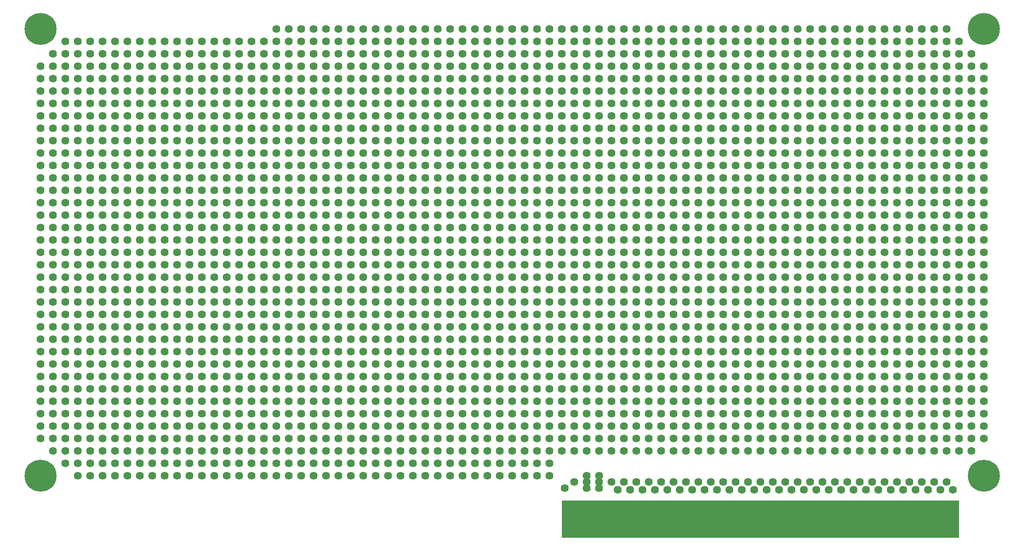
<source format=gbs>
G75*
G70*
%OFA0B0*%
%FSLAX24Y24*%
%IPPOS*%
%LPD*%
%AMOC8*
5,1,8,0,0,1.08239X$1,22.5*
%
%ADD10R,3.2000X0.3000*%
%ADD11C,0.0640*%
%ADD12C,0.2580*%
D10*
X060180Y001600D03*
D11*
X059680Y003975D03*
X059180Y004600D03*
X058680Y003975D03*
X058180Y004600D03*
X057680Y003975D03*
X057180Y004600D03*
X056680Y003975D03*
X056180Y004600D03*
X055680Y003975D03*
X055180Y004600D03*
X054680Y003975D03*
X054180Y004600D03*
X053680Y003975D03*
X053180Y004600D03*
X052680Y003975D03*
X052180Y004600D03*
X051680Y003975D03*
X051180Y004600D03*
X050680Y003975D03*
X050180Y004600D03*
X049680Y003975D03*
X049180Y004600D03*
X048680Y003975D03*
X048180Y004600D03*
X047180Y004600D03*
X047180Y004100D03*
X046180Y004100D03*
X046180Y004600D03*
X046180Y005100D03*
X047180Y005100D03*
X045180Y004600D03*
X044430Y004100D03*
X043180Y005100D03*
X042180Y005100D03*
X041180Y005100D03*
X040180Y005100D03*
X039180Y005100D03*
X038180Y005100D03*
X037180Y005100D03*
X036180Y005100D03*
X035180Y005100D03*
X034180Y005100D03*
X033180Y005100D03*
X032180Y005100D03*
X031180Y005100D03*
X030180Y005100D03*
X029180Y005100D03*
X028180Y005100D03*
X027180Y005100D03*
X026180Y005100D03*
X025180Y005100D03*
X024180Y005100D03*
X023180Y005100D03*
X022180Y005100D03*
X021180Y005100D03*
X020180Y005100D03*
X019180Y005100D03*
X018180Y005100D03*
X017180Y005100D03*
X016180Y005100D03*
X015180Y005100D03*
X014180Y005100D03*
X013180Y005100D03*
X012180Y005100D03*
X011180Y005100D03*
X010180Y005100D03*
X009180Y005100D03*
X008180Y005100D03*
X007180Y005100D03*
X006180Y005100D03*
X005180Y005100D03*
X005180Y006100D03*
X004180Y006100D03*
X004180Y007100D03*
X005180Y007100D03*
X006180Y007100D03*
X007180Y007100D03*
X007180Y006100D03*
X006180Y006100D03*
X008180Y006100D03*
X009180Y006100D03*
X010180Y006100D03*
X011180Y006100D03*
X011180Y007100D03*
X010180Y007100D03*
X009180Y007100D03*
X008180Y007100D03*
X008180Y008100D03*
X009180Y008100D03*
X010180Y008100D03*
X011180Y008100D03*
X012180Y008100D03*
X013180Y008100D03*
X014180Y008100D03*
X015180Y008100D03*
X015180Y007100D03*
X014180Y007100D03*
X013180Y007100D03*
X012180Y007100D03*
X012180Y006100D03*
X013180Y006100D03*
X014180Y006100D03*
X015180Y006100D03*
X016180Y006100D03*
X017180Y006100D03*
X018180Y006100D03*
X019180Y006100D03*
X019180Y007100D03*
X018180Y007100D03*
X017180Y007100D03*
X016180Y007100D03*
X016180Y008100D03*
X017180Y008100D03*
X018180Y008100D03*
X019180Y008100D03*
X020180Y008100D03*
X021180Y008100D03*
X022180Y008100D03*
X023180Y008100D03*
X023180Y007100D03*
X022180Y007100D03*
X021180Y007100D03*
X020180Y007100D03*
X020180Y006100D03*
X021180Y006100D03*
X022180Y006100D03*
X023180Y006100D03*
X024180Y006100D03*
X025180Y006100D03*
X026180Y006100D03*
X027180Y006100D03*
X027180Y007100D03*
X026180Y007100D03*
X025180Y007100D03*
X024180Y007100D03*
X024180Y008100D03*
X025180Y008100D03*
X026180Y008100D03*
X027180Y008100D03*
X028180Y008100D03*
X029180Y008100D03*
X030180Y008100D03*
X031180Y008100D03*
X031180Y007100D03*
X030180Y007100D03*
X029180Y007100D03*
X028180Y007100D03*
X028180Y006100D03*
X029180Y006100D03*
X030180Y006100D03*
X031180Y006100D03*
X032180Y006100D03*
X033180Y006100D03*
X034180Y006100D03*
X035180Y006100D03*
X035180Y007100D03*
X034180Y007100D03*
X033180Y007100D03*
X032180Y007100D03*
X032180Y008100D03*
X033180Y008100D03*
X034180Y008100D03*
X035180Y008100D03*
X036180Y008100D03*
X037180Y008100D03*
X038180Y008100D03*
X039180Y008100D03*
X039180Y007100D03*
X038180Y007100D03*
X037180Y007100D03*
X036180Y007100D03*
X036180Y006100D03*
X037180Y006100D03*
X038180Y006100D03*
X039180Y006100D03*
X040180Y006100D03*
X041180Y006100D03*
X042180Y006100D03*
X043180Y006100D03*
X043180Y007100D03*
X042180Y007100D03*
X041180Y007100D03*
X040180Y007100D03*
X040180Y008100D03*
X041180Y008100D03*
X042180Y008100D03*
X043180Y008100D03*
X044180Y008100D03*
X044180Y007100D03*
X045180Y007100D03*
X046180Y007100D03*
X047180Y007100D03*
X048180Y007100D03*
X048180Y008100D03*
X047180Y008100D03*
X046180Y008100D03*
X045180Y008100D03*
X045180Y009100D03*
X046180Y009100D03*
X047180Y009100D03*
X048180Y009100D03*
X048180Y010100D03*
X047180Y010100D03*
X046180Y010100D03*
X045180Y010100D03*
X045180Y011100D03*
X046180Y011100D03*
X047180Y011100D03*
X048180Y011100D03*
X048180Y012100D03*
X047180Y012100D03*
X046180Y012100D03*
X045180Y012100D03*
X044180Y012100D03*
X043180Y012100D03*
X042180Y012100D03*
X041180Y012100D03*
X040180Y012100D03*
X040180Y011100D03*
X041180Y011100D03*
X042180Y011100D03*
X043180Y011100D03*
X044180Y011100D03*
X044180Y010100D03*
X043180Y010100D03*
X042180Y010100D03*
X041180Y010100D03*
X040180Y010100D03*
X040180Y009100D03*
X041180Y009100D03*
X042180Y009100D03*
X043180Y009100D03*
X044180Y009100D03*
X039180Y009100D03*
X038180Y009100D03*
X037180Y009100D03*
X036180Y009100D03*
X036180Y010100D03*
X037180Y010100D03*
X038180Y010100D03*
X039180Y010100D03*
X039180Y011100D03*
X038180Y011100D03*
X037180Y011100D03*
X036180Y011100D03*
X036180Y012100D03*
X037180Y012100D03*
X038180Y012100D03*
X039180Y012100D03*
X039180Y013100D03*
X038180Y013100D03*
X037180Y013100D03*
X036180Y013100D03*
X036180Y014100D03*
X037180Y014100D03*
X038180Y014100D03*
X039180Y014100D03*
X039180Y015100D03*
X038180Y015100D03*
X037180Y015100D03*
X036180Y015100D03*
X035180Y015100D03*
X034180Y015100D03*
X033180Y015100D03*
X032180Y015100D03*
X032180Y014100D03*
X033180Y014100D03*
X034180Y014100D03*
X035180Y014100D03*
X035180Y013100D03*
X034180Y013100D03*
X033180Y013100D03*
X032180Y013100D03*
X031180Y013100D03*
X030180Y013100D03*
X029180Y013100D03*
X028180Y013100D03*
X028180Y014100D03*
X029180Y014100D03*
X030180Y014100D03*
X031180Y014100D03*
X031180Y015100D03*
X030180Y015100D03*
X029180Y015100D03*
X028180Y015100D03*
X027180Y015100D03*
X026180Y015100D03*
X025180Y015100D03*
X024180Y015100D03*
X024180Y014100D03*
X025180Y014100D03*
X026180Y014100D03*
X027180Y014100D03*
X027180Y013100D03*
X026180Y013100D03*
X025180Y013100D03*
X024180Y013100D03*
X023180Y013100D03*
X022180Y013100D03*
X021180Y013100D03*
X020180Y013100D03*
X020180Y014100D03*
X021180Y014100D03*
X022180Y014100D03*
X023180Y014100D03*
X023180Y015100D03*
X022180Y015100D03*
X021180Y015100D03*
X020180Y015100D03*
X019180Y015100D03*
X018180Y015100D03*
X017180Y015100D03*
X016180Y015100D03*
X016180Y014100D03*
X017180Y014100D03*
X018180Y014100D03*
X019180Y014100D03*
X019180Y013100D03*
X018180Y013100D03*
X017180Y013100D03*
X016180Y013100D03*
X015180Y013100D03*
X014180Y013100D03*
X013180Y013100D03*
X012180Y013100D03*
X012180Y014100D03*
X013180Y014100D03*
X014180Y014100D03*
X015180Y014100D03*
X015180Y015100D03*
X014180Y015100D03*
X013180Y015100D03*
X012180Y015100D03*
X011180Y015100D03*
X010180Y015100D03*
X009180Y015100D03*
X008180Y015100D03*
X008180Y014100D03*
X009180Y014100D03*
X010180Y014100D03*
X011180Y014100D03*
X011180Y013100D03*
X010180Y013100D03*
X009180Y013100D03*
X008180Y013100D03*
X007180Y013100D03*
X006180Y013100D03*
X005180Y013100D03*
X004180Y013100D03*
X004180Y014100D03*
X005180Y014100D03*
X006180Y014100D03*
X007180Y014100D03*
X007180Y015100D03*
X006180Y015100D03*
X005180Y015100D03*
X004180Y015100D03*
X003180Y015100D03*
X002180Y015100D03*
X002180Y014100D03*
X003180Y014100D03*
X003180Y013100D03*
X002180Y013100D03*
X002180Y012100D03*
X003180Y012100D03*
X003180Y011100D03*
X002180Y011100D03*
X002180Y010100D03*
X003180Y010100D03*
X003180Y009100D03*
X002180Y009100D03*
X002180Y008100D03*
X003180Y008100D03*
X003180Y007100D03*
X004180Y008100D03*
X005180Y008100D03*
X006180Y008100D03*
X007180Y008100D03*
X007180Y009100D03*
X006180Y009100D03*
X005180Y009100D03*
X004180Y009100D03*
X004180Y010100D03*
X005180Y010100D03*
X006180Y010100D03*
X007180Y010100D03*
X007180Y011100D03*
X006180Y011100D03*
X005180Y011100D03*
X004180Y011100D03*
X004180Y012100D03*
X005180Y012100D03*
X006180Y012100D03*
X007180Y012100D03*
X008180Y012100D03*
X009180Y012100D03*
X010180Y012100D03*
X011180Y012100D03*
X011180Y011100D03*
X010180Y011100D03*
X009180Y011100D03*
X008180Y011100D03*
X008180Y010100D03*
X009180Y010100D03*
X010180Y010100D03*
X011180Y010100D03*
X011180Y009100D03*
X010180Y009100D03*
X009180Y009100D03*
X008180Y009100D03*
X012180Y009100D03*
X013180Y009100D03*
X014180Y009100D03*
X015180Y009100D03*
X015180Y010100D03*
X014180Y010100D03*
X013180Y010100D03*
X012180Y010100D03*
X012180Y011100D03*
X013180Y011100D03*
X014180Y011100D03*
X015180Y011100D03*
X015180Y012100D03*
X014180Y012100D03*
X013180Y012100D03*
X012180Y012100D03*
X016180Y012100D03*
X017180Y012100D03*
X018180Y012100D03*
X019180Y012100D03*
X019180Y011100D03*
X018180Y011100D03*
X017180Y011100D03*
X016180Y011100D03*
X016180Y010100D03*
X017180Y010100D03*
X018180Y010100D03*
X019180Y010100D03*
X019180Y009100D03*
X018180Y009100D03*
X017180Y009100D03*
X016180Y009100D03*
X020180Y009100D03*
X021180Y009100D03*
X022180Y009100D03*
X023180Y009100D03*
X023180Y010100D03*
X022180Y010100D03*
X021180Y010100D03*
X020180Y010100D03*
X020180Y011100D03*
X021180Y011100D03*
X022180Y011100D03*
X023180Y011100D03*
X023180Y012100D03*
X022180Y012100D03*
X021180Y012100D03*
X020180Y012100D03*
X024180Y012100D03*
X025180Y012100D03*
X026180Y012100D03*
X027180Y012100D03*
X027180Y011100D03*
X026180Y011100D03*
X025180Y011100D03*
X024180Y011100D03*
X024180Y010100D03*
X025180Y010100D03*
X026180Y010100D03*
X027180Y010100D03*
X027180Y009100D03*
X026180Y009100D03*
X025180Y009100D03*
X024180Y009100D03*
X028180Y009100D03*
X029180Y009100D03*
X030180Y009100D03*
X031180Y009100D03*
X031180Y010100D03*
X030180Y010100D03*
X029180Y010100D03*
X028180Y010100D03*
X028180Y011100D03*
X029180Y011100D03*
X030180Y011100D03*
X031180Y011100D03*
X031180Y012100D03*
X030180Y012100D03*
X029180Y012100D03*
X028180Y012100D03*
X032180Y012100D03*
X033180Y012100D03*
X034180Y012100D03*
X035180Y012100D03*
X035180Y011100D03*
X034180Y011100D03*
X033180Y011100D03*
X032180Y011100D03*
X032180Y010100D03*
X033180Y010100D03*
X034180Y010100D03*
X035180Y010100D03*
X035180Y009100D03*
X034180Y009100D03*
X033180Y009100D03*
X032180Y009100D03*
X040180Y013100D03*
X041180Y013100D03*
X042180Y013100D03*
X043180Y013100D03*
X044180Y013100D03*
X044180Y014100D03*
X043180Y014100D03*
X042180Y014100D03*
X041180Y014100D03*
X040180Y014100D03*
X040180Y015100D03*
X041180Y015100D03*
X042180Y015100D03*
X043180Y015100D03*
X044180Y015100D03*
X045180Y015100D03*
X046180Y015100D03*
X047180Y015100D03*
X048180Y015100D03*
X048180Y014100D03*
X047180Y014100D03*
X046180Y014100D03*
X045180Y014100D03*
X045180Y013100D03*
X046180Y013100D03*
X047180Y013100D03*
X048180Y013100D03*
X049180Y013100D03*
X050180Y013100D03*
X051180Y013100D03*
X052180Y013100D03*
X052180Y014100D03*
X051180Y014100D03*
X050180Y014100D03*
X049180Y014100D03*
X049180Y015100D03*
X050180Y015100D03*
X051180Y015100D03*
X052180Y015100D03*
X053180Y015100D03*
X054180Y015100D03*
X055180Y015100D03*
X056180Y015100D03*
X056180Y014100D03*
X055180Y014100D03*
X054180Y014100D03*
X053180Y014100D03*
X053180Y013100D03*
X054180Y013100D03*
X055180Y013100D03*
X056180Y013100D03*
X057180Y013100D03*
X058180Y013100D03*
X059180Y013100D03*
X060180Y013100D03*
X060180Y014100D03*
X059180Y014100D03*
X058180Y014100D03*
X057180Y014100D03*
X057180Y015100D03*
X058180Y015100D03*
X059180Y015100D03*
X060180Y015100D03*
X061180Y015100D03*
X062180Y015100D03*
X063180Y015100D03*
X064180Y015100D03*
X064180Y014100D03*
X063180Y014100D03*
X062180Y014100D03*
X061180Y014100D03*
X061180Y013100D03*
X062180Y013100D03*
X063180Y013100D03*
X064180Y013100D03*
X065180Y013100D03*
X066180Y013100D03*
X067180Y013100D03*
X068180Y013100D03*
X068180Y014100D03*
X067180Y014100D03*
X066180Y014100D03*
X065180Y014100D03*
X065180Y015100D03*
X066180Y015100D03*
X067180Y015100D03*
X068180Y015100D03*
X069180Y015100D03*
X070180Y015100D03*
X071180Y015100D03*
X072180Y015100D03*
X072180Y014100D03*
X071180Y014100D03*
X070180Y014100D03*
X069180Y014100D03*
X069180Y013100D03*
X070180Y013100D03*
X071180Y013100D03*
X072180Y013100D03*
X073180Y013100D03*
X074180Y013100D03*
X075180Y013100D03*
X076180Y013100D03*
X076180Y014100D03*
X075180Y014100D03*
X074180Y014100D03*
X073180Y014100D03*
X073180Y015100D03*
X074180Y015100D03*
X075180Y015100D03*
X076180Y015100D03*
X077180Y015100D03*
X078180Y015100D03*
X078180Y014100D03*
X077180Y014100D03*
X077180Y013100D03*
X078180Y013100D03*
X078180Y012100D03*
X077180Y012100D03*
X077180Y011100D03*
X078180Y011100D03*
X078180Y010100D03*
X077180Y010100D03*
X077180Y009100D03*
X078180Y009100D03*
X078180Y008100D03*
X077180Y008100D03*
X077180Y007100D03*
X076180Y007100D03*
X075180Y007100D03*
X074180Y007100D03*
X073180Y007100D03*
X073180Y008100D03*
X074180Y008100D03*
X075180Y008100D03*
X076180Y008100D03*
X076180Y009100D03*
X075180Y009100D03*
X074180Y009100D03*
X073180Y009100D03*
X073180Y010100D03*
X074180Y010100D03*
X075180Y010100D03*
X076180Y010100D03*
X076180Y011100D03*
X075180Y011100D03*
X074180Y011100D03*
X073180Y011100D03*
X073180Y012100D03*
X074180Y012100D03*
X075180Y012100D03*
X076180Y012100D03*
X072180Y012100D03*
X071180Y012100D03*
X070180Y012100D03*
X069180Y012100D03*
X069180Y011100D03*
X070180Y011100D03*
X071180Y011100D03*
X072180Y011100D03*
X072180Y010100D03*
X071180Y010100D03*
X070180Y010100D03*
X069180Y010100D03*
X069180Y009100D03*
X070180Y009100D03*
X071180Y009100D03*
X072180Y009100D03*
X072180Y008100D03*
X071180Y008100D03*
X070180Y008100D03*
X069180Y008100D03*
X069180Y007100D03*
X070180Y007100D03*
X071180Y007100D03*
X072180Y007100D03*
X068180Y007100D03*
X067180Y007100D03*
X066180Y007100D03*
X065180Y007100D03*
X065180Y008100D03*
X066180Y008100D03*
X067180Y008100D03*
X068180Y008100D03*
X068180Y009100D03*
X067180Y009100D03*
X066180Y009100D03*
X065180Y009100D03*
X065180Y010100D03*
X066180Y010100D03*
X067180Y010100D03*
X068180Y010100D03*
X068180Y011100D03*
X067180Y011100D03*
X066180Y011100D03*
X065180Y011100D03*
X065180Y012100D03*
X066180Y012100D03*
X067180Y012100D03*
X068180Y012100D03*
X064180Y012100D03*
X063180Y012100D03*
X062180Y012100D03*
X061180Y012100D03*
X061180Y011100D03*
X062180Y011100D03*
X063180Y011100D03*
X064180Y011100D03*
X064180Y010100D03*
X063180Y010100D03*
X062180Y010100D03*
X061180Y010100D03*
X061180Y009100D03*
X062180Y009100D03*
X063180Y009100D03*
X064180Y009100D03*
X064180Y008100D03*
X063180Y008100D03*
X062180Y008100D03*
X061180Y008100D03*
X061180Y007100D03*
X062180Y007100D03*
X063180Y007100D03*
X064180Y007100D03*
X060180Y007100D03*
X059180Y007100D03*
X058180Y007100D03*
X057180Y007100D03*
X057180Y008100D03*
X058180Y008100D03*
X059180Y008100D03*
X060180Y008100D03*
X060180Y009100D03*
X059180Y009100D03*
X058180Y009100D03*
X057180Y009100D03*
X057180Y010100D03*
X058180Y010100D03*
X059180Y010100D03*
X060180Y010100D03*
X060180Y011100D03*
X059180Y011100D03*
X058180Y011100D03*
X057180Y011100D03*
X057180Y012100D03*
X058180Y012100D03*
X059180Y012100D03*
X060180Y012100D03*
X056180Y012100D03*
X055180Y012100D03*
X054180Y012100D03*
X053180Y012100D03*
X053180Y011100D03*
X054180Y011100D03*
X055180Y011100D03*
X056180Y011100D03*
X056180Y010100D03*
X055180Y010100D03*
X054180Y010100D03*
X053180Y010100D03*
X053180Y009100D03*
X054180Y009100D03*
X055180Y009100D03*
X056180Y009100D03*
X056180Y008100D03*
X055180Y008100D03*
X054180Y008100D03*
X053180Y008100D03*
X053180Y007100D03*
X054180Y007100D03*
X055180Y007100D03*
X056180Y007100D03*
X052180Y007100D03*
X051180Y007100D03*
X050180Y007100D03*
X049180Y007100D03*
X049180Y008100D03*
X050180Y008100D03*
X051180Y008100D03*
X052180Y008100D03*
X052180Y009100D03*
X051180Y009100D03*
X050180Y009100D03*
X049180Y009100D03*
X049180Y010100D03*
X050180Y010100D03*
X051180Y010100D03*
X052180Y010100D03*
X052180Y011100D03*
X051180Y011100D03*
X050180Y011100D03*
X049180Y011100D03*
X049180Y012100D03*
X050180Y012100D03*
X051180Y012100D03*
X052180Y012100D03*
X052180Y016100D03*
X051180Y016100D03*
X050180Y016100D03*
X049180Y016100D03*
X049180Y017100D03*
X050180Y017100D03*
X051180Y017100D03*
X052180Y017100D03*
X052180Y018100D03*
X051180Y018100D03*
X050180Y018100D03*
X049180Y018100D03*
X048180Y018100D03*
X047180Y018100D03*
X046180Y018100D03*
X045180Y018100D03*
X045180Y017100D03*
X046180Y017100D03*
X047180Y017100D03*
X048180Y017100D03*
X048180Y016100D03*
X047180Y016100D03*
X046180Y016100D03*
X045180Y016100D03*
X044180Y016100D03*
X043180Y016100D03*
X042180Y016100D03*
X041180Y016100D03*
X040180Y016100D03*
X040180Y017100D03*
X041180Y017100D03*
X042180Y017100D03*
X043180Y017100D03*
X044180Y017100D03*
X044180Y018100D03*
X043180Y018100D03*
X042180Y018100D03*
X041180Y018100D03*
X040180Y018100D03*
X039180Y018100D03*
X038180Y018100D03*
X037180Y018100D03*
X036180Y018100D03*
X036180Y017100D03*
X037180Y017100D03*
X038180Y017100D03*
X039180Y017100D03*
X039180Y016100D03*
X038180Y016100D03*
X037180Y016100D03*
X036180Y016100D03*
X035180Y016100D03*
X034180Y016100D03*
X033180Y016100D03*
X032180Y016100D03*
X032180Y017100D03*
X033180Y017100D03*
X034180Y017100D03*
X035180Y017100D03*
X035180Y018100D03*
X034180Y018100D03*
X033180Y018100D03*
X032180Y018100D03*
X031180Y018100D03*
X030180Y018100D03*
X029180Y018100D03*
X028180Y018100D03*
X028180Y017100D03*
X029180Y017100D03*
X030180Y017100D03*
X031180Y017100D03*
X031180Y016100D03*
X030180Y016100D03*
X029180Y016100D03*
X028180Y016100D03*
X027180Y016100D03*
X026180Y016100D03*
X025180Y016100D03*
X024180Y016100D03*
X024180Y017100D03*
X025180Y017100D03*
X026180Y017100D03*
X027180Y017100D03*
X027180Y018100D03*
X026180Y018100D03*
X025180Y018100D03*
X024180Y018100D03*
X023180Y018100D03*
X022180Y018100D03*
X021180Y018100D03*
X020180Y018100D03*
X020180Y017100D03*
X021180Y017100D03*
X022180Y017100D03*
X023180Y017100D03*
X023180Y016100D03*
X022180Y016100D03*
X021180Y016100D03*
X020180Y016100D03*
X019180Y016100D03*
X018180Y016100D03*
X017180Y016100D03*
X016180Y016100D03*
X016180Y017100D03*
X017180Y017100D03*
X018180Y017100D03*
X019180Y017100D03*
X019180Y018100D03*
X018180Y018100D03*
X017180Y018100D03*
X016180Y018100D03*
X015180Y018100D03*
X014180Y018100D03*
X013180Y018100D03*
X012180Y018100D03*
X012180Y017100D03*
X013180Y017100D03*
X014180Y017100D03*
X015180Y017100D03*
X015180Y016100D03*
X014180Y016100D03*
X013180Y016100D03*
X012180Y016100D03*
X011180Y016100D03*
X010180Y016100D03*
X009180Y016100D03*
X008180Y016100D03*
X008180Y017100D03*
X009180Y017100D03*
X010180Y017100D03*
X011180Y017100D03*
X011180Y018100D03*
X010180Y018100D03*
X009180Y018100D03*
X008180Y018100D03*
X007180Y018100D03*
X006180Y018100D03*
X005180Y018100D03*
X004180Y018100D03*
X004180Y017100D03*
X005180Y017100D03*
X006180Y017100D03*
X007180Y017100D03*
X007180Y016100D03*
X006180Y016100D03*
X005180Y016100D03*
X004180Y016100D03*
X003180Y016100D03*
X002180Y016100D03*
X002180Y017100D03*
X003180Y017100D03*
X003180Y018100D03*
X002180Y018100D03*
X002180Y019100D03*
X003180Y019100D03*
X003180Y020100D03*
X002180Y020100D03*
X002180Y021100D03*
X003180Y021100D03*
X004180Y021100D03*
X005180Y021100D03*
X006180Y021100D03*
X007180Y021100D03*
X007180Y020100D03*
X006180Y020100D03*
X005180Y020100D03*
X004180Y020100D03*
X004180Y019100D03*
X005180Y019100D03*
X006180Y019100D03*
X007180Y019100D03*
X008180Y019100D03*
X009180Y019100D03*
X010180Y019100D03*
X011180Y019100D03*
X011180Y020100D03*
X010180Y020100D03*
X009180Y020100D03*
X008180Y020100D03*
X008180Y021100D03*
X009180Y021100D03*
X010180Y021100D03*
X011180Y021100D03*
X012180Y021100D03*
X013180Y021100D03*
X014180Y021100D03*
X015180Y021100D03*
X015180Y020100D03*
X014180Y020100D03*
X013180Y020100D03*
X012180Y020100D03*
X012180Y019100D03*
X013180Y019100D03*
X014180Y019100D03*
X015180Y019100D03*
X016180Y019100D03*
X017180Y019100D03*
X018180Y019100D03*
X019180Y019100D03*
X019180Y020100D03*
X018180Y020100D03*
X017180Y020100D03*
X016180Y020100D03*
X016180Y021100D03*
X017180Y021100D03*
X018180Y021100D03*
X019180Y021100D03*
X020180Y021100D03*
X021180Y021100D03*
X022180Y021100D03*
X023180Y021100D03*
X023180Y020100D03*
X022180Y020100D03*
X021180Y020100D03*
X020180Y020100D03*
X020180Y019100D03*
X021180Y019100D03*
X022180Y019100D03*
X023180Y019100D03*
X024180Y019100D03*
X025180Y019100D03*
X026180Y019100D03*
X027180Y019100D03*
X027180Y020100D03*
X026180Y020100D03*
X025180Y020100D03*
X024180Y020100D03*
X024180Y021100D03*
X025180Y021100D03*
X026180Y021100D03*
X027180Y021100D03*
X028180Y021100D03*
X029180Y021100D03*
X030180Y021100D03*
X031180Y021100D03*
X031180Y020100D03*
X030180Y020100D03*
X029180Y020100D03*
X028180Y020100D03*
X028180Y019100D03*
X029180Y019100D03*
X030180Y019100D03*
X031180Y019100D03*
X032180Y019100D03*
X033180Y019100D03*
X034180Y019100D03*
X035180Y019100D03*
X035180Y020100D03*
X034180Y020100D03*
X033180Y020100D03*
X032180Y020100D03*
X032180Y021100D03*
X033180Y021100D03*
X034180Y021100D03*
X035180Y021100D03*
X036180Y021100D03*
X037180Y021100D03*
X038180Y021100D03*
X039180Y021100D03*
X039180Y020100D03*
X038180Y020100D03*
X037180Y020100D03*
X036180Y020100D03*
X036180Y019100D03*
X037180Y019100D03*
X038180Y019100D03*
X039180Y019100D03*
X040180Y019100D03*
X041180Y019100D03*
X042180Y019100D03*
X043180Y019100D03*
X044180Y019100D03*
X044180Y020100D03*
X043180Y020100D03*
X042180Y020100D03*
X041180Y020100D03*
X040180Y020100D03*
X040180Y021100D03*
X041180Y021100D03*
X042180Y021100D03*
X043180Y021100D03*
X044180Y021100D03*
X045180Y021100D03*
X046180Y021100D03*
X047180Y021100D03*
X048180Y021100D03*
X048180Y020100D03*
X047180Y020100D03*
X046180Y020100D03*
X045180Y020100D03*
X045180Y019100D03*
X046180Y019100D03*
X047180Y019100D03*
X048180Y019100D03*
X049180Y019100D03*
X050180Y019100D03*
X051180Y019100D03*
X052180Y019100D03*
X052180Y020100D03*
X051180Y020100D03*
X050180Y020100D03*
X049180Y020100D03*
X049180Y021100D03*
X050180Y021100D03*
X051180Y021100D03*
X052180Y021100D03*
X053180Y021100D03*
X054180Y021100D03*
X055180Y021100D03*
X056180Y021100D03*
X056180Y020100D03*
X055180Y020100D03*
X054180Y020100D03*
X053180Y020100D03*
X053180Y019100D03*
X054180Y019100D03*
X055180Y019100D03*
X056180Y019100D03*
X057180Y019100D03*
X058180Y019100D03*
X059180Y019100D03*
X060180Y019100D03*
X060180Y020100D03*
X059180Y020100D03*
X058180Y020100D03*
X057180Y020100D03*
X057180Y021100D03*
X058180Y021100D03*
X059180Y021100D03*
X060180Y021100D03*
X061180Y021100D03*
X062180Y021100D03*
X063180Y021100D03*
X064180Y021100D03*
X064180Y020100D03*
X063180Y020100D03*
X062180Y020100D03*
X061180Y020100D03*
X061180Y019100D03*
X062180Y019100D03*
X063180Y019100D03*
X064180Y019100D03*
X065180Y019100D03*
X066180Y019100D03*
X067180Y019100D03*
X068180Y019100D03*
X068180Y020100D03*
X067180Y020100D03*
X066180Y020100D03*
X065180Y020100D03*
X065180Y021100D03*
X066180Y021100D03*
X067180Y021100D03*
X068180Y021100D03*
X069180Y021100D03*
X070180Y021100D03*
X071180Y021100D03*
X072180Y021100D03*
X072180Y020100D03*
X071180Y020100D03*
X070180Y020100D03*
X069180Y020100D03*
X069180Y019100D03*
X070180Y019100D03*
X071180Y019100D03*
X072180Y019100D03*
X073180Y019100D03*
X074180Y019100D03*
X075180Y019100D03*
X076180Y019100D03*
X076180Y020100D03*
X075180Y020100D03*
X074180Y020100D03*
X073180Y020100D03*
X073180Y021100D03*
X074180Y021100D03*
X075180Y021100D03*
X076180Y021100D03*
X077180Y021100D03*
X078180Y021100D03*
X078180Y020100D03*
X077180Y020100D03*
X077180Y019100D03*
X078180Y019100D03*
X078180Y018100D03*
X077180Y018100D03*
X077180Y017100D03*
X078180Y017100D03*
X078180Y016100D03*
X077180Y016100D03*
X076180Y016100D03*
X075180Y016100D03*
X074180Y016100D03*
X073180Y016100D03*
X073180Y017100D03*
X074180Y017100D03*
X075180Y017100D03*
X076180Y017100D03*
X076180Y018100D03*
X075180Y018100D03*
X074180Y018100D03*
X073180Y018100D03*
X072180Y018100D03*
X071180Y018100D03*
X070180Y018100D03*
X069180Y018100D03*
X069180Y017100D03*
X070180Y017100D03*
X071180Y017100D03*
X072180Y017100D03*
X072180Y016100D03*
X071180Y016100D03*
X070180Y016100D03*
X069180Y016100D03*
X068180Y016100D03*
X067180Y016100D03*
X066180Y016100D03*
X065180Y016100D03*
X065180Y017100D03*
X066180Y017100D03*
X067180Y017100D03*
X068180Y017100D03*
X068180Y018100D03*
X067180Y018100D03*
X066180Y018100D03*
X065180Y018100D03*
X064180Y018100D03*
X063180Y018100D03*
X062180Y018100D03*
X061180Y018100D03*
X061180Y017100D03*
X062180Y017100D03*
X063180Y017100D03*
X064180Y017100D03*
X064180Y016100D03*
X063180Y016100D03*
X062180Y016100D03*
X061180Y016100D03*
X060180Y016100D03*
X059180Y016100D03*
X058180Y016100D03*
X057180Y016100D03*
X057180Y017100D03*
X058180Y017100D03*
X059180Y017100D03*
X060180Y017100D03*
X060180Y018100D03*
X059180Y018100D03*
X058180Y018100D03*
X057180Y018100D03*
X056180Y018100D03*
X055180Y018100D03*
X054180Y018100D03*
X053180Y018100D03*
X053180Y017100D03*
X054180Y017100D03*
X055180Y017100D03*
X056180Y017100D03*
X056180Y016100D03*
X055180Y016100D03*
X054180Y016100D03*
X053180Y016100D03*
X053180Y022100D03*
X054180Y022100D03*
X055180Y022100D03*
X056180Y022100D03*
X056180Y023100D03*
X055180Y023100D03*
X054180Y023100D03*
X053180Y023100D03*
X053180Y024100D03*
X054180Y024100D03*
X055180Y024100D03*
X056180Y024100D03*
X056180Y025100D03*
X055180Y025100D03*
X054180Y025100D03*
X053180Y025100D03*
X052180Y025100D03*
X051180Y025100D03*
X050180Y025100D03*
X049180Y025100D03*
X049180Y024100D03*
X050180Y024100D03*
X051180Y024100D03*
X052180Y024100D03*
X052180Y023100D03*
X051180Y023100D03*
X050180Y023100D03*
X049180Y023100D03*
X049180Y022100D03*
X050180Y022100D03*
X051180Y022100D03*
X052180Y022100D03*
X048180Y022100D03*
X047180Y022100D03*
X046180Y022100D03*
X045180Y022100D03*
X045180Y023100D03*
X046180Y023100D03*
X047180Y023100D03*
X048180Y023100D03*
X048180Y024100D03*
X047180Y024100D03*
X046180Y024100D03*
X045180Y024100D03*
X045180Y025100D03*
X046180Y025100D03*
X047180Y025100D03*
X048180Y025100D03*
X048180Y026100D03*
X047180Y026100D03*
X046180Y026100D03*
X045180Y026100D03*
X045180Y027100D03*
X046180Y027100D03*
X047180Y027100D03*
X048180Y027100D03*
X048180Y028100D03*
X047180Y028100D03*
X046180Y028100D03*
X045180Y028100D03*
X044180Y028100D03*
X043180Y028100D03*
X042180Y028100D03*
X041180Y028100D03*
X040180Y028100D03*
X040180Y027100D03*
X041180Y027100D03*
X042180Y027100D03*
X043180Y027100D03*
X044180Y027100D03*
X044180Y026100D03*
X043180Y026100D03*
X042180Y026100D03*
X041180Y026100D03*
X040180Y026100D03*
X039180Y026100D03*
X038180Y026100D03*
X037180Y026100D03*
X036180Y026100D03*
X036180Y027100D03*
X037180Y027100D03*
X038180Y027100D03*
X039180Y027100D03*
X039180Y028100D03*
X038180Y028100D03*
X037180Y028100D03*
X036180Y028100D03*
X035180Y028100D03*
X034180Y028100D03*
X033180Y028100D03*
X032180Y028100D03*
X032180Y027100D03*
X033180Y027100D03*
X034180Y027100D03*
X035180Y027100D03*
X035180Y026100D03*
X034180Y026100D03*
X033180Y026100D03*
X032180Y026100D03*
X031180Y026100D03*
X030180Y026100D03*
X029180Y026100D03*
X028180Y026100D03*
X028180Y027100D03*
X029180Y027100D03*
X030180Y027100D03*
X031180Y027100D03*
X031180Y028100D03*
X030180Y028100D03*
X029180Y028100D03*
X028180Y028100D03*
X027180Y028100D03*
X026180Y028100D03*
X025180Y028100D03*
X024180Y028100D03*
X024180Y027100D03*
X025180Y027100D03*
X026180Y027100D03*
X027180Y027100D03*
X027180Y026100D03*
X026180Y026100D03*
X025180Y026100D03*
X024180Y026100D03*
X023180Y026100D03*
X022180Y026100D03*
X021180Y026100D03*
X020180Y026100D03*
X020180Y027100D03*
X021180Y027100D03*
X022180Y027100D03*
X023180Y027100D03*
X023180Y028100D03*
X022180Y028100D03*
X021180Y028100D03*
X020180Y028100D03*
X019180Y028100D03*
X018180Y028100D03*
X017180Y028100D03*
X016180Y028100D03*
X016180Y027100D03*
X017180Y027100D03*
X018180Y027100D03*
X019180Y027100D03*
X019180Y026100D03*
X018180Y026100D03*
X017180Y026100D03*
X016180Y026100D03*
X015180Y026100D03*
X014180Y026100D03*
X013180Y026100D03*
X012180Y026100D03*
X012180Y027100D03*
X013180Y027100D03*
X014180Y027100D03*
X015180Y027100D03*
X015180Y028100D03*
X014180Y028100D03*
X013180Y028100D03*
X012180Y028100D03*
X011180Y028100D03*
X010180Y028100D03*
X009180Y028100D03*
X008180Y028100D03*
X008180Y027100D03*
X009180Y027100D03*
X010180Y027100D03*
X011180Y027100D03*
X011180Y026100D03*
X010180Y026100D03*
X009180Y026100D03*
X008180Y026100D03*
X007180Y026100D03*
X006180Y026100D03*
X005180Y026100D03*
X004180Y026100D03*
X004180Y027100D03*
X005180Y027100D03*
X006180Y027100D03*
X007180Y027100D03*
X007180Y028100D03*
X006180Y028100D03*
X005180Y028100D03*
X004180Y028100D03*
X003180Y028100D03*
X002180Y028100D03*
X002180Y027100D03*
X003180Y027100D03*
X003180Y026100D03*
X002180Y026100D03*
X002180Y025100D03*
X003180Y025100D03*
X003180Y024100D03*
X002180Y024100D03*
X002180Y023100D03*
X003180Y023100D03*
X003180Y022100D03*
X002180Y022100D03*
X004180Y022100D03*
X005180Y022100D03*
X006180Y022100D03*
X007180Y022100D03*
X007180Y023100D03*
X006180Y023100D03*
X005180Y023100D03*
X004180Y023100D03*
X004180Y024100D03*
X005180Y024100D03*
X006180Y024100D03*
X007180Y024100D03*
X007180Y025100D03*
X006180Y025100D03*
X005180Y025100D03*
X004180Y025100D03*
X008180Y025100D03*
X009180Y025100D03*
X010180Y025100D03*
X011180Y025100D03*
X011180Y024100D03*
X010180Y024100D03*
X009180Y024100D03*
X008180Y024100D03*
X008180Y023100D03*
X009180Y023100D03*
X010180Y023100D03*
X011180Y023100D03*
X011180Y022100D03*
X010180Y022100D03*
X009180Y022100D03*
X008180Y022100D03*
X012180Y022100D03*
X013180Y022100D03*
X014180Y022100D03*
X015180Y022100D03*
X015180Y023100D03*
X014180Y023100D03*
X013180Y023100D03*
X012180Y023100D03*
X012180Y024100D03*
X013180Y024100D03*
X014180Y024100D03*
X015180Y024100D03*
X015180Y025100D03*
X014180Y025100D03*
X013180Y025100D03*
X012180Y025100D03*
X016180Y025100D03*
X017180Y025100D03*
X018180Y025100D03*
X019180Y025100D03*
X019180Y024100D03*
X018180Y024100D03*
X017180Y024100D03*
X016180Y024100D03*
X016180Y023100D03*
X017180Y023100D03*
X018180Y023100D03*
X019180Y023100D03*
X019180Y022100D03*
X018180Y022100D03*
X017180Y022100D03*
X016180Y022100D03*
X020180Y022100D03*
X021180Y022100D03*
X022180Y022100D03*
X023180Y022100D03*
X023180Y023100D03*
X022180Y023100D03*
X021180Y023100D03*
X020180Y023100D03*
X020180Y024100D03*
X021180Y024100D03*
X022180Y024100D03*
X023180Y024100D03*
X023180Y025100D03*
X022180Y025100D03*
X021180Y025100D03*
X020180Y025100D03*
X024180Y025100D03*
X025180Y025100D03*
X026180Y025100D03*
X027180Y025100D03*
X027180Y024100D03*
X026180Y024100D03*
X025180Y024100D03*
X024180Y024100D03*
X024180Y023100D03*
X025180Y023100D03*
X026180Y023100D03*
X027180Y023100D03*
X027180Y022100D03*
X026180Y022100D03*
X025180Y022100D03*
X024180Y022100D03*
X028180Y022100D03*
X029180Y022100D03*
X030180Y022100D03*
X031180Y022100D03*
X031180Y023100D03*
X030180Y023100D03*
X029180Y023100D03*
X028180Y023100D03*
X028180Y024100D03*
X029180Y024100D03*
X030180Y024100D03*
X031180Y024100D03*
X031180Y025100D03*
X030180Y025100D03*
X029180Y025100D03*
X028180Y025100D03*
X032180Y025100D03*
X033180Y025100D03*
X034180Y025100D03*
X035180Y025100D03*
X035180Y024100D03*
X034180Y024100D03*
X033180Y024100D03*
X032180Y024100D03*
X032180Y023100D03*
X033180Y023100D03*
X034180Y023100D03*
X035180Y023100D03*
X035180Y022100D03*
X034180Y022100D03*
X033180Y022100D03*
X032180Y022100D03*
X036180Y022100D03*
X037180Y022100D03*
X038180Y022100D03*
X039180Y022100D03*
X039180Y023100D03*
X038180Y023100D03*
X037180Y023100D03*
X036180Y023100D03*
X036180Y024100D03*
X037180Y024100D03*
X038180Y024100D03*
X039180Y024100D03*
X039180Y025100D03*
X038180Y025100D03*
X037180Y025100D03*
X036180Y025100D03*
X040180Y025100D03*
X041180Y025100D03*
X042180Y025100D03*
X043180Y025100D03*
X044180Y025100D03*
X044180Y024100D03*
X043180Y024100D03*
X042180Y024100D03*
X041180Y024100D03*
X040180Y024100D03*
X040180Y023100D03*
X041180Y023100D03*
X042180Y023100D03*
X043180Y023100D03*
X044180Y023100D03*
X044180Y022100D03*
X043180Y022100D03*
X042180Y022100D03*
X041180Y022100D03*
X040180Y022100D03*
X049180Y026100D03*
X050180Y026100D03*
X051180Y026100D03*
X052180Y026100D03*
X052180Y027100D03*
X051180Y027100D03*
X050180Y027100D03*
X049180Y027100D03*
X049180Y028100D03*
X050180Y028100D03*
X051180Y028100D03*
X052180Y028100D03*
X053180Y028100D03*
X054180Y028100D03*
X055180Y028100D03*
X056180Y028100D03*
X056180Y027100D03*
X055180Y027100D03*
X054180Y027100D03*
X053180Y027100D03*
X053180Y026100D03*
X054180Y026100D03*
X055180Y026100D03*
X056180Y026100D03*
X057180Y026100D03*
X058180Y026100D03*
X059180Y026100D03*
X060180Y026100D03*
X060180Y027100D03*
X059180Y027100D03*
X058180Y027100D03*
X057180Y027100D03*
X057180Y028100D03*
X058180Y028100D03*
X059180Y028100D03*
X060180Y028100D03*
X061180Y028100D03*
X062180Y028100D03*
X063180Y028100D03*
X064180Y028100D03*
X064180Y027100D03*
X063180Y027100D03*
X062180Y027100D03*
X061180Y027100D03*
X061180Y026100D03*
X062180Y026100D03*
X063180Y026100D03*
X064180Y026100D03*
X065180Y026100D03*
X066180Y026100D03*
X067180Y026100D03*
X068180Y026100D03*
X068180Y027100D03*
X067180Y027100D03*
X066180Y027100D03*
X065180Y027100D03*
X065180Y028100D03*
X066180Y028100D03*
X067180Y028100D03*
X068180Y028100D03*
X069180Y028100D03*
X070180Y028100D03*
X071180Y028100D03*
X072180Y028100D03*
X072180Y027100D03*
X071180Y027100D03*
X070180Y027100D03*
X069180Y027100D03*
X069180Y026100D03*
X070180Y026100D03*
X071180Y026100D03*
X072180Y026100D03*
X073180Y026100D03*
X074180Y026100D03*
X075180Y026100D03*
X076180Y026100D03*
X076180Y027100D03*
X075180Y027100D03*
X074180Y027100D03*
X073180Y027100D03*
X073180Y028100D03*
X074180Y028100D03*
X075180Y028100D03*
X076180Y028100D03*
X077180Y028100D03*
X078180Y028100D03*
X078180Y027100D03*
X077180Y027100D03*
X077180Y026100D03*
X078180Y026100D03*
X078180Y025100D03*
X077180Y025100D03*
X077180Y024100D03*
X078180Y024100D03*
X078180Y023100D03*
X077180Y023100D03*
X077180Y022100D03*
X078180Y022100D03*
X076180Y022100D03*
X075180Y022100D03*
X074180Y022100D03*
X073180Y022100D03*
X073180Y023100D03*
X074180Y023100D03*
X075180Y023100D03*
X076180Y023100D03*
X076180Y024100D03*
X075180Y024100D03*
X074180Y024100D03*
X073180Y024100D03*
X073180Y025100D03*
X074180Y025100D03*
X075180Y025100D03*
X076180Y025100D03*
X072180Y025100D03*
X071180Y025100D03*
X070180Y025100D03*
X069180Y025100D03*
X069180Y024100D03*
X070180Y024100D03*
X071180Y024100D03*
X072180Y024100D03*
X072180Y023100D03*
X071180Y023100D03*
X070180Y023100D03*
X069180Y023100D03*
X069180Y022100D03*
X070180Y022100D03*
X071180Y022100D03*
X072180Y022100D03*
X068180Y022100D03*
X067180Y022100D03*
X066180Y022100D03*
X065180Y022100D03*
X065180Y023100D03*
X066180Y023100D03*
X067180Y023100D03*
X068180Y023100D03*
X068180Y024100D03*
X067180Y024100D03*
X066180Y024100D03*
X065180Y024100D03*
X065180Y025100D03*
X066180Y025100D03*
X067180Y025100D03*
X068180Y025100D03*
X064180Y025100D03*
X063180Y025100D03*
X062180Y025100D03*
X061180Y025100D03*
X061180Y024100D03*
X062180Y024100D03*
X063180Y024100D03*
X064180Y024100D03*
X064180Y023100D03*
X063180Y023100D03*
X062180Y023100D03*
X061180Y023100D03*
X061180Y022100D03*
X062180Y022100D03*
X063180Y022100D03*
X064180Y022100D03*
X060180Y022100D03*
X059180Y022100D03*
X058180Y022100D03*
X057180Y022100D03*
X057180Y023100D03*
X058180Y023100D03*
X059180Y023100D03*
X060180Y023100D03*
X060180Y024100D03*
X059180Y024100D03*
X058180Y024100D03*
X057180Y024100D03*
X057180Y025100D03*
X058180Y025100D03*
X059180Y025100D03*
X060180Y025100D03*
X060180Y029100D03*
X059180Y029100D03*
X058180Y029100D03*
X057180Y029100D03*
X057180Y030100D03*
X058180Y030100D03*
X059180Y030100D03*
X060180Y030100D03*
X060180Y031100D03*
X059180Y031100D03*
X058180Y031100D03*
X057180Y031100D03*
X056180Y031100D03*
X055180Y031100D03*
X054180Y031100D03*
X053180Y031100D03*
X053180Y030100D03*
X054180Y030100D03*
X055180Y030100D03*
X056180Y030100D03*
X056180Y029100D03*
X055180Y029100D03*
X054180Y029100D03*
X053180Y029100D03*
X052180Y029100D03*
X051180Y029100D03*
X050180Y029100D03*
X049180Y029100D03*
X049180Y030100D03*
X050180Y030100D03*
X051180Y030100D03*
X052180Y030100D03*
X052180Y031100D03*
X051180Y031100D03*
X050180Y031100D03*
X049180Y031100D03*
X048180Y031100D03*
X047180Y031100D03*
X046180Y031100D03*
X045180Y031100D03*
X045180Y030100D03*
X046180Y030100D03*
X047180Y030100D03*
X048180Y030100D03*
X048180Y029100D03*
X047180Y029100D03*
X046180Y029100D03*
X045180Y029100D03*
X044180Y029100D03*
X043180Y029100D03*
X042180Y029100D03*
X041180Y029100D03*
X040180Y029100D03*
X040180Y030100D03*
X041180Y030100D03*
X042180Y030100D03*
X043180Y030100D03*
X044180Y030100D03*
X044180Y031100D03*
X043180Y031100D03*
X042180Y031100D03*
X041180Y031100D03*
X040180Y031100D03*
X039180Y031100D03*
X038180Y031100D03*
X037180Y031100D03*
X036180Y031100D03*
X036180Y030100D03*
X037180Y030100D03*
X038180Y030100D03*
X039180Y030100D03*
X039180Y029100D03*
X038180Y029100D03*
X037180Y029100D03*
X036180Y029100D03*
X035180Y029100D03*
X034180Y029100D03*
X033180Y029100D03*
X032180Y029100D03*
X032180Y030100D03*
X033180Y030100D03*
X034180Y030100D03*
X035180Y030100D03*
X035180Y031100D03*
X034180Y031100D03*
X033180Y031100D03*
X032180Y031100D03*
X031180Y031100D03*
X030180Y031100D03*
X029180Y031100D03*
X028180Y031100D03*
X028180Y030100D03*
X029180Y030100D03*
X030180Y030100D03*
X031180Y030100D03*
X031180Y029100D03*
X030180Y029100D03*
X029180Y029100D03*
X028180Y029100D03*
X027180Y029100D03*
X026180Y029100D03*
X025180Y029100D03*
X024180Y029100D03*
X024180Y030100D03*
X025180Y030100D03*
X026180Y030100D03*
X027180Y030100D03*
X027180Y031100D03*
X026180Y031100D03*
X025180Y031100D03*
X024180Y031100D03*
X023180Y031100D03*
X022180Y031100D03*
X021180Y031100D03*
X020180Y031100D03*
X020180Y030100D03*
X021180Y030100D03*
X022180Y030100D03*
X023180Y030100D03*
X023180Y029100D03*
X022180Y029100D03*
X021180Y029100D03*
X020180Y029100D03*
X019180Y029100D03*
X018180Y029100D03*
X017180Y029100D03*
X016180Y029100D03*
X016180Y030100D03*
X017180Y030100D03*
X018180Y030100D03*
X019180Y030100D03*
X019180Y031100D03*
X018180Y031100D03*
X017180Y031100D03*
X016180Y031100D03*
X015180Y031100D03*
X014180Y031100D03*
X013180Y031100D03*
X012180Y031100D03*
X012180Y030100D03*
X013180Y030100D03*
X014180Y030100D03*
X015180Y030100D03*
X015180Y029100D03*
X014180Y029100D03*
X013180Y029100D03*
X012180Y029100D03*
X011180Y029100D03*
X010180Y029100D03*
X009180Y029100D03*
X008180Y029100D03*
X008180Y030100D03*
X009180Y030100D03*
X010180Y030100D03*
X011180Y030100D03*
X011180Y031100D03*
X010180Y031100D03*
X009180Y031100D03*
X008180Y031100D03*
X007180Y031100D03*
X006180Y031100D03*
X005180Y031100D03*
X004180Y031100D03*
X004180Y030100D03*
X005180Y030100D03*
X006180Y030100D03*
X007180Y030100D03*
X007180Y029100D03*
X006180Y029100D03*
X005180Y029100D03*
X004180Y029100D03*
X003180Y029100D03*
X002180Y029100D03*
X002180Y030100D03*
X003180Y030100D03*
X003180Y031100D03*
X002180Y031100D03*
X002180Y032100D03*
X003180Y032100D03*
X003180Y033100D03*
X002180Y033100D03*
X002180Y034100D03*
X003180Y034100D03*
X004180Y034100D03*
X005180Y034100D03*
X006180Y034100D03*
X007180Y034100D03*
X007180Y033100D03*
X006180Y033100D03*
X005180Y033100D03*
X004180Y033100D03*
X004180Y032100D03*
X005180Y032100D03*
X006180Y032100D03*
X007180Y032100D03*
X008180Y032100D03*
X009180Y032100D03*
X010180Y032100D03*
X011180Y032100D03*
X011180Y033100D03*
X010180Y033100D03*
X009180Y033100D03*
X008180Y033100D03*
X008180Y034100D03*
X009180Y034100D03*
X010180Y034100D03*
X011180Y034100D03*
X012180Y034100D03*
X013180Y034100D03*
X014180Y034100D03*
X015180Y034100D03*
X015180Y033100D03*
X014180Y033100D03*
X013180Y033100D03*
X012180Y033100D03*
X012180Y032100D03*
X013180Y032100D03*
X014180Y032100D03*
X015180Y032100D03*
X016180Y032100D03*
X017180Y032100D03*
X018180Y032100D03*
X019180Y032100D03*
X019180Y033100D03*
X018180Y033100D03*
X017180Y033100D03*
X016180Y033100D03*
X016180Y034100D03*
X017180Y034100D03*
X018180Y034100D03*
X019180Y034100D03*
X020180Y034100D03*
X021180Y034100D03*
X022180Y034100D03*
X023180Y034100D03*
X023180Y033100D03*
X022180Y033100D03*
X021180Y033100D03*
X020180Y033100D03*
X020180Y032100D03*
X021180Y032100D03*
X022180Y032100D03*
X023180Y032100D03*
X024180Y032100D03*
X025180Y032100D03*
X026180Y032100D03*
X027180Y032100D03*
X027180Y033100D03*
X026180Y033100D03*
X025180Y033100D03*
X024180Y033100D03*
X024180Y034100D03*
X025180Y034100D03*
X026180Y034100D03*
X027180Y034100D03*
X028180Y034100D03*
X029180Y034100D03*
X030180Y034100D03*
X031180Y034100D03*
X031180Y033100D03*
X030180Y033100D03*
X029180Y033100D03*
X028180Y033100D03*
X028180Y032100D03*
X029180Y032100D03*
X030180Y032100D03*
X031180Y032100D03*
X032180Y032100D03*
X033180Y032100D03*
X034180Y032100D03*
X035180Y032100D03*
X035180Y033100D03*
X034180Y033100D03*
X033180Y033100D03*
X032180Y033100D03*
X032180Y034100D03*
X033180Y034100D03*
X034180Y034100D03*
X035180Y034100D03*
X036180Y034100D03*
X037180Y034100D03*
X038180Y034100D03*
X039180Y034100D03*
X039180Y033100D03*
X038180Y033100D03*
X037180Y033100D03*
X036180Y033100D03*
X036180Y032100D03*
X037180Y032100D03*
X038180Y032100D03*
X039180Y032100D03*
X040180Y032100D03*
X041180Y032100D03*
X042180Y032100D03*
X043180Y032100D03*
X044180Y032100D03*
X044180Y033100D03*
X043180Y033100D03*
X042180Y033100D03*
X041180Y033100D03*
X040180Y033100D03*
X040180Y034100D03*
X041180Y034100D03*
X042180Y034100D03*
X043180Y034100D03*
X044180Y034100D03*
X045180Y034100D03*
X046180Y034100D03*
X047180Y034100D03*
X048180Y034100D03*
X048180Y033100D03*
X047180Y033100D03*
X046180Y033100D03*
X045180Y033100D03*
X045180Y032100D03*
X046180Y032100D03*
X047180Y032100D03*
X048180Y032100D03*
X049180Y032100D03*
X050180Y032100D03*
X051180Y032100D03*
X052180Y032100D03*
X052180Y033100D03*
X051180Y033100D03*
X050180Y033100D03*
X049180Y033100D03*
X049180Y034100D03*
X050180Y034100D03*
X051180Y034100D03*
X052180Y034100D03*
X053180Y034100D03*
X054180Y034100D03*
X055180Y034100D03*
X056180Y034100D03*
X056180Y033100D03*
X055180Y033100D03*
X054180Y033100D03*
X053180Y033100D03*
X053180Y032100D03*
X054180Y032100D03*
X055180Y032100D03*
X056180Y032100D03*
X057180Y032100D03*
X058180Y032100D03*
X059180Y032100D03*
X060180Y032100D03*
X060180Y033100D03*
X059180Y033100D03*
X058180Y033100D03*
X057180Y033100D03*
X057180Y034100D03*
X058180Y034100D03*
X059180Y034100D03*
X060180Y034100D03*
X061180Y034100D03*
X062180Y034100D03*
X063180Y034100D03*
X064180Y034100D03*
X064180Y033100D03*
X063180Y033100D03*
X062180Y033100D03*
X061180Y033100D03*
X061180Y032100D03*
X062180Y032100D03*
X063180Y032100D03*
X064180Y032100D03*
X065180Y032100D03*
X066180Y032100D03*
X067180Y032100D03*
X068180Y032100D03*
X068180Y033100D03*
X067180Y033100D03*
X066180Y033100D03*
X065180Y033100D03*
X065180Y034100D03*
X066180Y034100D03*
X067180Y034100D03*
X068180Y034100D03*
X069180Y034100D03*
X070180Y034100D03*
X071180Y034100D03*
X072180Y034100D03*
X072180Y033100D03*
X071180Y033100D03*
X070180Y033100D03*
X069180Y033100D03*
X069180Y032100D03*
X070180Y032100D03*
X071180Y032100D03*
X072180Y032100D03*
X073180Y032100D03*
X074180Y032100D03*
X075180Y032100D03*
X076180Y032100D03*
X076180Y033100D03*
X075180Y033100D03*
X074180Y033100D03*
X073180Y033100D03*
X073180Y034100D03*
X074180Y034100D03*
X075180Y034100D03*
X076180Y034100D03*
X077180Y034100D03*
X078180Y034100D03*
X078180Y033100D03*
X077180Y033100D03*
X077180Y032100D03*
X078180Y032100D03*
X078180Y031100D03*
X077180Y031100D03*
X077180Y030100D03*
X078180Y030100D03*
X078180Y029100D03*
X077180Y029100D03*
X076180Y029100D03*
X075180Y029100D03*
X074180Y029100D03*
X073180Y029100D03*
X073180Y030100D03*
X074180Y030100D03*
X075180Y030100D03*
X076180Y030100D03*
X076180Y031100D03*
X075180Y031100D03*
X074180Y031100D03*
X073180Y031100D03*
X072180Y031100D03*
X071180Y031100D03*
X070180Y031100D03*
X069180Y031100D03*
X069180Y030100D03*
X070180Y030100D03*
X071180Y030100D03*
X072180Y030100D03*
X072180Y029100D03*
X071180Y029100D03*
X070180Y029100D03*
X069180Y029100D03*
X068180Y029100D03*
X067180Y029100D03*
X066180Y029100D03*
X065180Y029100D03*
X065180Y030100D03*
X066180Y030100D03*
X067180Y030100D03*
X068180Y030100D03*
X068180Y031100D03*
X067180Y031100D03*
X066180Y031100D03*
X065180Y031100D03*
X064180Y031100D03*
X063180Y031100D03*
X062180Y031100D03*
X061180Y031100D03*
X061180Y030100D03*
X062180Y030100D03*
X063180Y030100D03*
X064180Y030100D03*
X064180Y029100D03*
X063180Y029100D03*
X062180Y029100D03*
X061180Y029100D03*
X061180Y035100D03*
X062180Y035100D03*
X063180Y035100D03*
X064180Y035100D03*
X064180Y036100D03*
X063180Y036100D03*
X062180Y036100D03*
X061180Y036100D03*
X061180Y037100D03*
X062180Y037100D03*
X063180Y037100D03*
X064180Y037100D03*
X065180Y037100D03*
X066180Y037100D03*
X067180Y037100D03*
X068180Y037100D03*
X068180Y036100D03*
X067180Y036100D03*
X066180Y036100D03*
X065180Y036100D03*
X065180Y035100D03*
X066180Y035100D03*
X067180Y035100D03*
X068180Y035100D03*
X069180Y035100D03*
X070180Y035100D03*
X071180Y035100D03*
X072180Y035100D03*
X072180Y036100D03*
X071180Y036100D03*
X070180Y036100D03*
X069180Y036100D03*
X069180Y037100D03*
X070180Y037100D03*
X071180Y037100D03*
X072180Y037100D03*
X073180Y037100D03*
X074180Y037100D03*
X075180Y037100D03*
X076180Y037100D03*
X076180Y036100D03*
X075180Y036100D03*
X074180Y036100D03*
X073180Y036100D03*
X073180Y035100D03*
X074180Y035100D03*
X075180Y035100D03*
X076180Y035100D03*
X077180Y035100D03*
X078180Y035100D03*
X078180Y036100D03*
X077180Y036100D03*
X077180Y037100D03*
X078180Y037100D03*
X078180Y038100D03*
X077180Y038100D03*
X077180Y039100D03*
X076180Y039100D03*
X075180Y039100D03*
X074180Y039100D03*
X073180Y039100D03*
X073180Y038100D03*
X074180Y038100D03*
X075180Y038100D03*
X076180Y038100D03*
X076180Y040100D03*
X075180Y040100D03*
X074180Y040100D03*
X073180Y040100D03*
X073180Y041100D03*
X074180Y041100D03*
X075180Y041100D03*
X072180Y041100D03*
X071180Y041100D03*
X070180Y041100D03*
X069180Y041100D03*
X069180Y040100D03*
X070180Y040100D03*
X071180Y040100D03*
X072180Y040100D03*
X072180Y039100D03*
X071180Y039100D03*
X070180Y039100D03*
X069180Y039100D03*
X069180Y038100D03*
X070180Y038100D03*
X071180Y038100D03*
X072180Y038100D03*
X068180Y038100D03*
X067180Y038100D03*
X066180Y038100D03*
X065180Y038100D03*
X065180Y039100D03*
X066180Y039100D03*
X067180Y039100D03*
X068180Y039100D03*
X068180Y040100D03*
X067180Y040100D03*
X066180Y040100D03*
X065180Y040100D03*
X065180Y041100D03*
X066180Y041100D03*
X067180Y041100D03*
X068180Y041100D03*
X064180Y041100D03*
X063180Y041100D03*
X062180Y041100D03*
X061180Y041100D03*
X061180Y040100D03*
X062180Y040100D03*
X063180Y040100D03*
X064180Y040100D03*
X064180Y039100D03*
X063180Y039100D03*
X062180Y039100D03*
X061180Y039100D03*
X061180Y038100D03*
X062180Y038100D03*
X063180Y038100D03*
X064180Y038100D03*
X060180Y038100D03*
X059180Y038100D03*
X058180Y038100D03*
X057180Y038100D03*
X057180Y039100D03*
X058180Y039100D03*
X059180Y039100D03*
X060180Y039100D03*
X060180Y040100D03*
X059180Y040100D03*
X058180Y040100D03*
X057180Y040100D03*
X057180Y041100D03*
X058180Y041100D03*
X059180Y041100D03*
X060180Y041100D03*
X056180Y041100D03*
X055180Y041100D03*
X054180Y041100D03*
X053180Y041100D03*
X053180Y040100D03*
X054180Y040100D03*
X055180Y040100D03*
X056180Y040100D03*
X056180Y039100D03*
X055180Y039100D03*
X054180Y039100D03*
X053180Y039100D03*
X053180Y038100D03*
X054180Y038100D03*
X055180Y038100D03*
X056180Y038100D03*
X056180Y037100D03*
X055180Y037100D03*
X054180Y037100D03*
X053180Y037100D03*
X053180Y036100D03*
X054180Y036100D03*
X055180Y036100D03*
X056180Y036100D03*
X056180Y035100D03*
X055180Y035100D03*
X054180Y035100D03*
X053180Y035100D03*
X052180Y035100D03*
X051180Y035100D03*
X050180Y035100D03*
X049180Y035100D03*
X049180Y036100D03*
X050180Y036100D03*
X051180Y036100D03*
X052180Y036100D03*
X052180Y037100D03*
X051180Y037100D03*
X050180Y037100D03*
X049180Y037100D03*
X048180Y037100D03*
X047180Y037100D03*
X046180Y037100D03*
X045180Y037100D03*
X045180Y036100D03*
X046180Y036100D03*
X047180Y036100D03*
X048180Y036100D03*
X048180Y035100D03*
X047180Y035100D03*
X046180Y035100D03*
X045180Y035100D03*
X044180Y035100D03*
X043180Y035100D03*
X042180Y035100D03*
X041180Y035100D03*
X040180Y035100D03*
X040180Y036100D03*
X041180Y036100D03*
X042180Y036100D03*
X043180Y036100D03*
X044180Y036100D03*
X044180Y037100D03*
X043180Y037100D03*
X042180Y037100D03*
X041180Y037100D03*
X040180Y037100D03*
X039180Y037100D03*
X038180Y037100D03*
X037180Y037100D03*
X036180Y037100D03*
X036180Y036100D03*
X037180Y036100D03*
X038180Y036100D03*
X039180Y036100D03*
X039180Y035100D03*
X038180Y035100D03*
X037180Y035100D03*
X036180Y035100D03*
X035180Y035100D03*
X034180Y035100D03*
X033180Y035100D03*
X032180Y035100D03*
X032180Y036100D03*
X033180Y036100D03*
X034180Y036100D03*
X035180Y036100D03*
X035180Y037100D03*
X034180Y037100D03*
X033180Y037100D03*
X032180Y037100D03*
X031180Y037100D03*
X030180Y037100D03*
X029180Y037100D03*
X028180Y037100D03*
X028180Y036100D03*
X029180Y036100D03*
X030180Y036100D03*
X031180Y036100D03*
X031180Y035100D03*
X030180Y035100D03*
X029180Y035100D03*
X028180Y035100D03*
X027180Y035100D03*
X026180Y035100D03*
X025180Y035100D03*
X024180Y035100D03*
X024180Y036100D03*
X025180Y036100D03*
X026180Y036100D03*
X027180Y036100D03*
X027180Y037100D03*
X026180Y037100D03*
X025180Y037100D03*
X024180Y037100D03*
X023180Y037100D03*
X022180Y037100D03*
X021180Y037100D03*
X020180Y037100D03*
X020180Y036100D03*
X021180Y036100D03*
X022180Y036100D03*
X023180Y036100D03*
X023180Y035100D03*
X022180Y035100D03*
X021180Y035100D03*
X020180Y035100D03*
X019180Y035100D03*
X018180Y035100D03*
X017180Y035100D03*
X016180Y035100D03*
X016180Y036100D03*
X017180Y036100D03*
X018180Y036100D03*
X019180Y036100D03*
X019180Y037100D03*
X018180Y037100D03*
X017180Y037100D03*
X016180Y037100D03*
X015180Y037100D03*
X014180Y037100D03*
X013180Y037100D03*
X012180Y037100D03*
X012180Y036100D03*
X013180Y036100D03*
X014180Y036100D03*
X015180Y036100D03*
X015180Y035100D03*
X014180Y035100D03*
X013180Y035100D03*
X012180Y035100D03*
X011180Y035100D03*
X010180Y035100D03*
X009180Y035100D03*
X008180Y035100D03*
X008180Y036100D03*
X009180Y036100D03*
X010180Y036100D03*
X011180Y036100D03*
X011180Y037100D03*
X010180Y037100D03*
X009180Y037100D03*
X008180Y037100D03*
X007180Y037100D03*
X006180Y037100D03*
X005180Y037100D03*
X004180Y037100D03*
X004180Y036100D03*
X005180Y036100D03*
X006180Y036100D03*
X007180Y036100D03*
X007180Y035100D03*
X006180Y035100D03*
X005180Y035100D03*
X004180Y035100D03*
X003180Y035100D03*
X002180Y035100D03*
X002180Y036100D03*
X003180Y036100D03*
X003180Y037100D03*
X002180Y037100D03*
X002180Y038100D03*
X003180Y038100D03*
X003180Y039100D03*
X004180Y039100D03*
X005180Y039100D03*
X006180Y039100D03*
X007180Y039100D03*
X007180Y038100D03*
X006180Y038100D03*
X005180Y038100D03*
X004180Y038100D03*
X004180Y040100D03*
X005180Y040100D03*
X006180Y040100D03*
X007180Y040100D03*
X008180Y040100D03*
X009180Y040100D03*
X010180Y040100D03*
X011180Y040100D03*
X011180Y039100D03*
X010180Y039100D03*
X009180Y039100D03*
X008180Y039100D03*
X008180Y038100D03*
X009180Y038100D03*
X010180Y038100D03*
X011180Y038100D03*
X012180Y038100D03*
X013180Y038100D03*
X014180Y038100D03*
X015180Y038100D03*
X015180Y039100D03*
X014180Y039100D03*
X013180Y039100D03*
X012180Y039100D03*
X012180Y040100D03*
X013180Y040100D03*
X014180Y040100D03*
X015180Y040100D03*
X016180Y040100D03*
X017180Y040100D03*
X018180Y040100D03*
X019180Y040100D03*
X019180Y039100D03*
X018180Y039100D03*
X017180Y039100D03*
X016180Y039100D03*
X016180Y038100D03*
X017180Y038100D03*
X018180Y038100D03*
X019180Y038100D03*
X020180Y038100D03*
X021180Y038100D03*
X022180Y038100D03*
X023180Y038100D03*
X023180Y039100D03*
X022180Y039100D03*
X021180Y039100D03*
X020180Y039100D03*
X020180Y040100D03*
X021180Y040100D03*
X022180Y040100D03*
X023180Y040100D03*
X023180Y041100D03*
X022180Y041100D03*
X021180Y041100D03*
X024180Y041100D03*
X025180Y041100D03*
X026180Y041100D03*
X027180Y041100D03*
X027180Y040100D03*
X026180Y040100D03*
X025180Y040100D03*
X024180Y040100D03*
X024180Y039100D03*
X025180Y039100D03*
X026180Y039100D03*
X027180Y039100D03*
X027180Y038100D03*
X026180Y038100D03*
X025180Y038100D03*
X024180Y038100D03*
X028180Y038100D03*
X029180Y038100D03*
X030180Y038100D03*
X031180Y038100D03*
X031180Y039100D03*
X030180Y039100D03*
X029180Y039100D03*
X028180Y039100D03*
X028180Y040100D03*
X029180Y040100D03*
X030180Y040100D03*
X031180Y040100D03*
X031180Y041100D03*
X030180Y041100D03*
X029180Y041100D03*
X028180Y041100D03*
X032180Y041100D03*
X033180Y041100D03*
X034180Y041100D03*
X035180Y041100D03*
X035180Y040100D03*
X034180Y040100D03*
X033180Y040100D03*
X032180Y040100D03*
X032180Y039100D03*
X033180Y039100D03*
X034180Y039100D03*
X035180Y039100D03*
X035180Y038100D03*
X034180Y038100D03*
X033180Y038100D03*
X032180Y038100D03*
X036180Y038100D03*
X037180Y038100D03*
X038180Y038100D03*
X039180Y038100D03*
X039180Y039100D03*
X038180Y039100D03*
X037180Y039100D03*
X036180Y039100D03*
X036180Y040100D03*
X037180Y040100D03*
X038180Y040100D03*
X039180Y040100D03*
X039180Y041100D03*
X038180Y041100D03*
X037180Y041100D03*
X036180Y041100D03*
X040180Y041100D03*
X041180Y041100D03*
X042180Y041100D03*
X043180Y041100D03*
X044180Y041100D03*
X044180Y040100D03*
X043180Y040100D03*
X042180Y040100D03*
X041180Y040100D03*
X040180Y040100D03*
X040180Y039100D03*
X041180Y039100D03*
X042180Y039100D03*
X043180Y039100D03*
X044180Y039100D03*
X044180Y038100D03*
X043180Y038100D03*
X042180Y038100D03*
X041180Y038100D03*
X040180Y038100D03*
X045180Y038100D03*
X046180Y038100D03*
X047180Y038100D03*
X048180Y038100D03*
X048180Y039100D03*
X047180Y039100D03*
X046180Y039100D03*
X045180Y039100D03*
X045180Y040100D03*
X046180Y040100D03*
X047180Y040100D03*
X048180Y040100D03*
X048180Y041100D03*
X047180Y041100D03*
X046180Y041100D03*
X045180Y041100D03*
X049180Y041100D03*
X050180Y041100D03*
X051180Y041100D03*
X052180Y041100D03*
X052180Y040100D03*
X051180Y040100D03*
X050180Y040100D03*
X049180Y040100D03*
X049180Y039100D03*
X050180Y039100D03*
X051180Y039100D03*
X052180Y039100D03*
X052180Y038100D03*
X051180Y038100D03*
X050180Y038100D03*
X049180Y038100D03*
X057180Y037100D03*
X058180Y037100D03*
X059180Y037100D03*
X060180Y037100D03*
X060180Y036100D03*
X059180Y036100D03*
X058180Y036100D03*
X057180Y036100D03*
X057180Y035100D03*
X058180Y035100D03*
X059180Y035100D03*
X060180Y035100D03*
X060180Y004600D03*
X060680Y003975D03*
X061180Y004600D03*
X061680Y003975D03*
X062180Y004600D03*
X062680Y003975D03*
X063180Y004600D03*
X063680Y003975D03*
X064180Y004600D03*
X064680Y003975D03*
X065180Y004600D03*
X065680Y003975D03*
X066180Y004600D03*
X066680Y003975D03*
X067180Y004600D03*
X067680Y003975D03*
X068180Y004600D03*
X068680Y003975D03*
X069180Y004600D03*
X069680Y003975D03*
X070180Y004600D03*
X070680Y003975D03*
X071180Y004600D03*
X071680Y003975D03*
X072180Y004600D03*
X072680Y003975D03*
X073180Y004600D03*
X073680Y003975D03*
X074180Y004600D03*
X074680Y003975D03*
X075180Y004600D03*
X075680Y003975D03*
D12*
X002180Y005100D03*
X002180Y041100D03*
X078180Y041100D03*
X078180Y005100D03*
M02*

</source>
